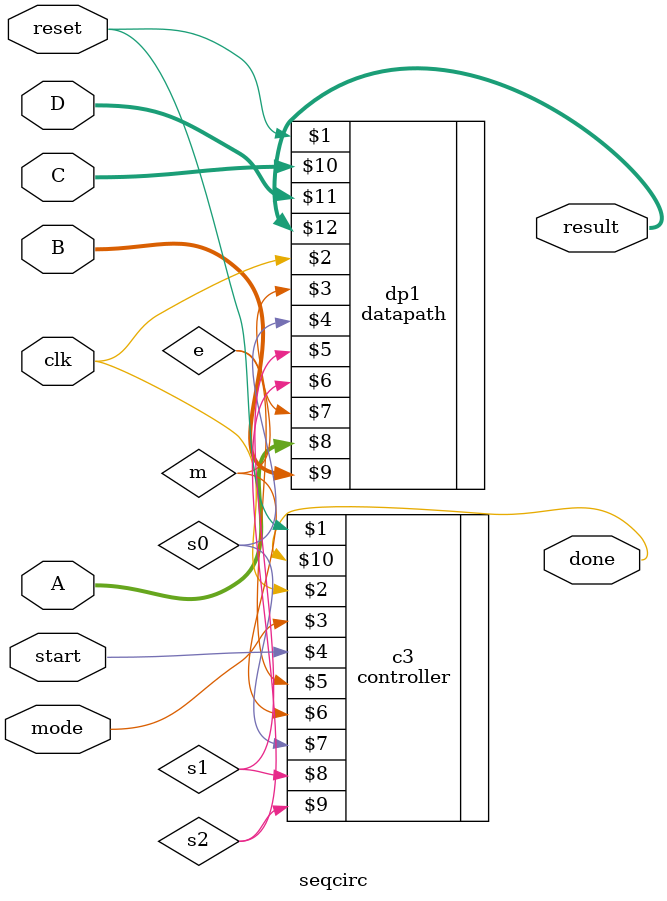
<source format=v>
`include "datapath.v"
`include "controller.v"
module seqcirc
(
   input reset, clk, start, mode,
   input [7:0] A, B, C, D,
   output [7:0] result,
   output done
);
wire e, m, s0, s1, s2;
//datapath dp2(reset, clk, m, s0, s1, s2, e, A, B, C, D, result);
controller c3(reset, clk, mode, start, e, m, s0, s1, s2, done);
datapath dp1(reset, clk, m, s0, s1, s2, e, A, B, C, D, result);
endmodule

</source>
